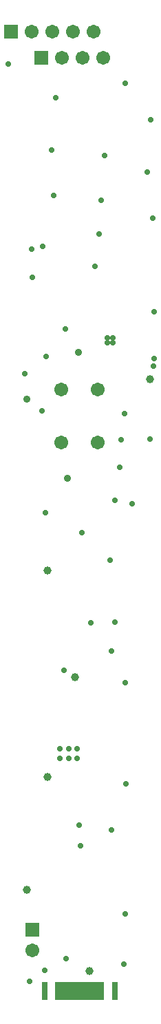
<source format=gbs>
%FSLAX25Y25*%
%MOIN*%
G70*
G01*
G75*
G04 Layer_Color=16711935*
%ADD10R,0.03150X0.03937*%
%ADD11R,0.03937X0.03150*%
%ADD12R,0.04724X0.03937*%
%ADD13R,0.01575X0.03937*%
%ADD14R,0.03150X0.03543*%
%ADD15R,0.03150X0.03543*%
%ADD16R,0.02400X0.05906*%
%ADD17R,0.12402X0.08898*%
%ADD18R,0.03937X0.04724*%
%ADD19C,0.05906*%
%ADD20R,0.15748X0.05118*%
%ADD21R,0.03150X0.02559*%
%ADD22R,0.00787X0.02362*%
%ADD23R,0.00787X0.03150*%
%ADD24R,0.02362X0.00787*%
%ADD25R,0.03150X0.00787*%
%ADD26R,0.05118X0.05118*%
%ADD27O,0.01969X0.07874*%
%ADD28R,0.01969X0.07874*%
%ADD29R,0.05906X0.03937*%
%ADD30R,0.05906X0.12992*%
%ADD31R,0.01063X0.07874*%
%ADD32R,0.02362X0.07874*%
%ADD33C,0.01575*%
%ADD34C,0.01000*%
%ADD35C,0.03937*%
%ADD36C,0.00787*%
%ADD37C,0.01181*%
%ADD38R,0.05906X0.05906*%
%ADD39R,0.05906X0.05906*%
%ADD40C,0.01969*%
%ADD41C,0.03150*%
%ADD42C,0.02756*%
%ADD43C,0.00197*%
%ADD44C,0.00500*%
%ADD45C,0.00984*%
%ADD46C,0.00600*%
%ADD47C,0.00709*%
%ADD48C,0.00591*%
%ADD49C,0.00492*%
%ADD50R,0.03950X0.04737*%
%ADD51R,0.04737X0.03950*%
%ADD52R,0.05524X0.04737*%
%ADD53R,0.02375X0.04737*%
%ADD54R,0.03950X0.04343*%
%ADD55R,0.03950X0.04343*%
%ADD56R,0.03200X0.06706*%
%ADD57R,0.13202X0.09698*%
%ADD58R,0.04737X0.05524*%
%ADD59C,0.06706*%
%ADD60R,0.16548X0.05918*%
%ADD61R,0.03950X0.03359*%
%ADD62R,0.01587X0.03162*%
%ADD63R,0.01587X0.03950*%
%ADD64R,0.03162X0.01587*%
%ADD65R,0.03950X0.01587*%
%ADD66R,0.05918X0.05918*%
%ADD67O,0.02769X0.08674*%
%ADD68R,0.02769X0.08674*%
%ADD69R,0.06706X0.04737*%
%ADD70R,0.06706X0.13792*%
%ADD71R,0.01863X0.08674*%
%ADD72R,0.03162X0.08674*%
%ADD73R,0.06706X0.06706*%
%ADD74R,0.06706X0.06706*%
%ADD75C,0.02769*%
%ADD76C,0.03950*%
%ADD77C,0.03556*%
D59*
X50168Y-180075D02*
D03*
X32452D02*
D03*
X50168Y-205665D02*
D03*
X32452D02*
D03*
X18494Y-451912D02*
D03*
X52950Y-19540D02*
D03*
X42950D02*
D03*
X32950D02*
D03*
X48110Y-6700D02*
D03*
X38110D02*
D03*
X28110D02*
D03*
X18110D02*
D03*
D71*
X30603Y-471340D02*
D03*
X32572D02*
D03*
X34540D02*
D03*
X36509D02*
D03*
X38477D02*
D03*
X40446D02*
D03*
X52257D02*
D03*
X50288D02*
D03*
X48320D02*
D03*
X46351D02*
D03*
X44383D02*
D03*
X42414D02*
D03*
D72*
X24422D02*
D03*
X58438D02*
D03*
D73*
X18494Y-441912D02*
D03*
D74*
X22950Y-19540D02*
D03*
X8110Y-6700D02*
D03*
D75*
X34724Y-150669D02*
D03*
X49055Y-120512D02*
D03*
X36063Y-354252D02*
D03*
X40276D02*
D03*
X31850Y-358740D02*
D03*
X36063D02*
D03*
X40276D02*
D03*
X31850Y-354252D02*
D03*
X57677Y-155079D02*
D03*
Y-157598D02*
D03*
X55039D02*
D03*
Y-155039D02*
D03*
X56931Y-393345D02*
D03*
X42538Y-249430D02*
D03*
X56931Y-306888D02*
D03*
X66929Y-235433D02*
D03*
X77716Y-165315D02*
D03*
X77362Y-168858D02*
D03*
X56063Y-262795D02*
D03*
X18110Y-112205D02*
D03*
X75646Y-204319D02*
D03*
X63150Y-191929D02*
D03*
X63701Y-31850D02*
D03*
X75827Y-49488D02*
D03*
X53543Y-66732D02*
D03*
X51929Y-88543D02*
D03*
X50945Y-104842D02*
D03*
X29016Y-86221D02*
D03*
X27913Y-64173D02*
D03*
X29764Y-38819D02*
D03*
X6968Y-22402D02*
D03*
X23504Y-110827D02*
D03*
X18622Y-125906D02*
D03*
X25118Y-164016D02*
D03*
X14961Y-172323D02*
D03*
X23268Y-190354D02*
D03*
X61496Y-204409D02*
D03*
X61024Y-217677D02*
D03*
X77402Y-142323D02*
D03*
X74252Y-74961D02*
D03*
X77047Y-97244D02*
D03*
X58425Y-233701D02*
D03*
X24764Y-239724D02*
D03*
X58425Y-292874D02*
D03*
X47047Y-293228D02*
D03*
X33819Y-316024D02*
D03*
X63701Y-322126D02*
D03*
X63819Y-371024D02*
D03*
X41142Y-391102D02*
D03*
X41890Y-401142D02*
D03*
X24488Y-461417D02*
D03*
X35039Y-455669D02*
D03*
X62835Y-458347D02*
D03*
X63701Y-434213D02*
D03*
X17165Y-466811D02*
D03*
D76*
X25770Y-267891D02*
D03*
Y-367857D02*
D03*
X15789Y-422605D02*
D03*
X46351Y-461680D02*
D03*
X39391Y-319428D02*
D03*
X75646Y-175122D02*
D03*
D77*
X15789Y-184841D02*
D03*
X40787Y-162284D02*
D03*
X35677Y-223300D02*
D03*
M02*

</source>
